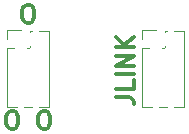
<source format=gbr>
G04 #@! TF.GenerationSoftware,KiCad,Pcbnew,(5.0.0)*
G04 #@! TF.CreationDate,2019-11-12T22:58:01-06:00*
G04 #@! TF.ProjectId,TC2050,5443323035302E6B696361645F706362,rev?*
G04 #@! TF.SameCoordinates,Original*
G04 #@! TF.FileFunction,Legend,Top*
G04 #@! TF.FilePolarity,Positive*
%FSLAX46Y46*%
G04 Gerber Fmt 4.6, Leading zero omitted, Abs format (unit mm)*
G04 Created by KiCad (PCBNEW (5.0.0)) date 11/12/19 22:58:01*
%MOMM*%
%LPD*%
G01*
G04 APERTURE LIST*
%ADD10C,0.300000*%
%ADD11C,0.120000*%
G04 APERTURE END LIST*
D10*
X121098571Y-67055714D02*
X122170000Y-67055714D01*
X122384285Y-67127142D01*
X122527142Y-67270000D01*
X122598571Y-67484285D01*
X122598571Y-67627142D01*
X122598571Y-65627142D02*
X122598571Y-66341428D01*
X121098571Y-66341428D01*
X122598571Y-65127142D02*
X121098571Y-65127142D01*
X122598571Y-64412857D02*
X121098571Y-64412857D01*
X122598571Y-63555714D01*
X121098571Y-63555714D01*
X122598571Y-62841428D02*
X121098571Y-62841428D01*
X122598571Y-61984285D02*
X121741428Y-62627142D01*
X121098571Y-61984285D02*
X121955714Y-62841428D01*
X113522142Y-59249571D02*
X113807857Y-59249571D01*
X113950714Y-59321000D01*
X114093571Y-59463857D01*
X114165000Y-59749571D01*
X114165000Y-60249571D01*
X114093571Y-60535285D01*
X113950714Y-60678142D01*
X113807857Y-60749571D01*
X113522142Y-60749571D01*
X113379285Y-60678142D01*
X113236428Y-60535285D01*
X113165000Y-60249571D01*
X113165000Y-59749571D01*
X113236428Y-59463857D01*
X113379285Y-59321000D01*
X113522142Y-59249571D01*
X112165000Y-68266571D02*
X112450714Y-68266571D01*
X112593571Y-68338000D01*
X112736428Y-68480857D01*
X112807857Y-68766571D01*
X112807857Y-69266571D01*
X112736428Y-69552285D01*
X112593571Y-69695142D01*
X112450714Y-69766571D01*
X112165000Y-69766571D01*
X112022142Y-69695142D01*
X111879285Y-69552285D01*
X111807857Y-69266571D01*
X111807857Y-68766571D01*
X111879285Y-68480857D01*
X112022142Y-68338000D01*
X112165000Y-68266571D01*
X114879285Y-68266571D02*
X115165000Y-68266571D01*
X115307857Y-68338000D01*
X115450714Y-68480857D01*
X115522142Y-68766571D01*
X115522142Y-69266571D01*
X115450714Y-69552285D01*
X115307857Y-69695142D01*
X115165000Y-69766571D01*
X114879285Y-69766571D01*
X114736428Y-69695142D01*
X114593571Y-69552285D01*
X114522142Y-69266571D01*
X114522142Y-68766571D01*
X114593571Y-68480857D01*
X114736428Y-68338000D01*
X114879285Y-68266571D01*
D11*
G04 #@! TO.C,J1*
X111900000Y-67910001D02*
X112722470Y-67910001D01*
X114607530Y-67910001D02*
X115430000Y-67910001D01*
X113337530Y-67910001D02*
X113992470Y-67910001D01*
X111900000Y-62895001D02*
X111900000Y-67910001D01*
X115430000Y-61440001D02*
X115430000Y-67910001D01*
X111900000Y-62895001D02*
X112466529Y-62895001D01*
X113593471Y-62895001D02*
X113736529Y-62895001D01*
X113790000Y-62841530D02*
X113790000Y-62698472D01*
X113790000Y-61571530D02*
X113790000Y-61440001D01*
X113790000Y-61440001D02*
X113992470Y-61440001D01*
X114607530Y-61440001D02*
X115430000Y-61440001D01*
X111900000Y-62135001D02*
X111900000Y-61375001D01*
X111900000Y-61375001D02*
X113030000Y-61375001D01*
G04 #@! TO.C,J2*
X123330000Y-61375001D02*
X124460000Y-61375001D01*
X123330000Y-62135001D02*
X123330000Y-61375001D01*
X126037530Y-61440001D02*
X126860000Y-61440001D01*
X125220000Y-61440001D02*
X125422470Y-61440001D01*
X125220000Y-61571530D02*
X125220000Y-61440001D01*
X125220000Y-62841530D02*
X125220000Y-62698472D01*
X125023471Y-62895001D02*
X125166529Y-62895001D01*
X123330000Y-62895001D02*
X123896529Y-62895001D01*
X126860000Y-61440001D02*
X126860000Y-67910001D01*
X123330000Y-62895001D02*
X123330000Y-67910001D01*
X124767530Y-67910001D02*
X125422470Y-67910001D01*
X126037530Y-67910001D02*
X126860000Y-67910001D01*
X123330000Y-67910001D02*
X124152470Y-67910001D01*
G04 #@! TD*
M02*

</source>
